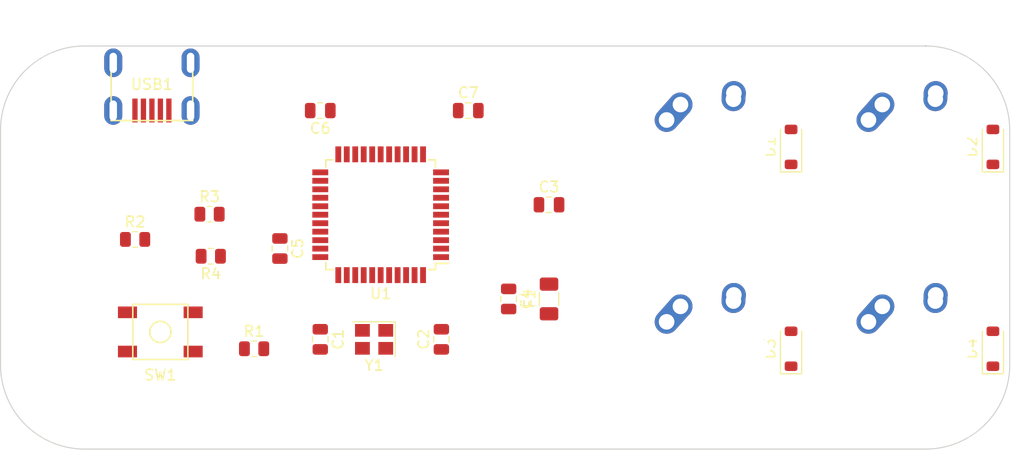
<source format=kicad_pcb>
(kicad_pcb (version 20221018) (generator pcbnew)
  (layers (0 "F.Cu" signal) (31 "B.Cu" signal) (34 "B.Paste" user) (35 "F.Paste" user) (36 "B.SilkS" user "B.Silkscreen") (37 "F.SilkS" user "F.Silkscreen") (38 "B.Mask" user) (39 "F.Mask" user) (44 "Edge.Cuts" user))
  (net 0 "")
  (net 1 "Net-(U1-UCAP)")
  (net 2 "GND")
  (net 3 "+5V")
  (net 4 "Net-(U1-XTAL1)")
  (net 5 "Net-(U1-XTAL2)")
  (net 6 "ROW0")
  (net 7 "Net-(D1-A)")
  (net 8 "Net-(D2-A)")
  (net 9 "ROW1")
  (net 10 "Net-(D3-A)")
  (net 11 "Net-(D4-A)")
  (net 12 "Net-(USB1-VBUS)")
  (net 13 "COL0")
  (net 14 "COL1")
  (net 15 "Net-(U1-~{HWB}{slash}PE2)")
  (net 16 "D+")
  (net 17 "Net-(U1-D+)")
  (net 18 "D-")
  (net 19 "Net-(U1-D-)")
  (net 20 "Net-(U1-~{RESET})")
  (footprint "Diode_SMD:D_SOD-123" (layer "F.Cu") (at 241.3 92.075 90)
    (fp_text reference "D3" (at 0 -2 90) (layer "F.SilkS"))
    (fp_text value "SOD-123")
    (fp_line (start -2.36 -1) (end -2.36 1) (stroke (width 0.12)) (layer "F.SilkS"))
    (fp_line (start -2.36 -1) (end 1.65 -1) (stroke (width 0.12)) (layer "F.SilkS"))
    (fp_line (start -2.36 1) (end 1.65 1) (stroke (width 0.12)) (layer "F.SilkS"))
    (pad "1" smd roundrect (at -1.65 0 90) (size 0.9 1.2) (layers "F.Cu" "F.Paste" "F.Mask") (net 9 "ROW1"))
    (pad "2" smd roundrect (at 1.65 0 90) (size 0.9 1.2) (layers "F.Cu" "F.Paste" "F.Mask") (net 10 "Net-(D3-A)"))
  )
  (footprint "Resistor_SMD:R_0805_2012Metric" (layer "F.Cu") (at 186.53125 83.34375 180)
    (fp_text reference "R4" (at 0 -1.65) (layer "F.SilkS"))
    (fp_text value "10k")
    (fp_line (start -0.227064 -0.735) (end 0.227064 -0.735) (stroke (width 0.12)) (layer "F.SilkS"))
    (fp_line (start -0.227064 0.735) (end 0.227064 0.735) (stroke (width 0.12)) (layer "F.SilkS"))
    (pad "1" smd roundrect (at -0.9125 0 180) (size 1.025 1.4) (layers "F.Cu" "F.Paste" "F.Mask") (roundrect_rratio 0.243902) (net 3 "+5V"))
    (pad "2" smd roundrect (at 0.9125 0 180) (size 1.025 1.4) (layers "F.Cu" "F.Paste" "F.Mask") (roundrect_rratio 0.243902) (net 20 "Net-(U1-~{RESET})"))
  )
  (footprint "Capacitor_SMD:C_0805_2012Metric" (layer "F.Cu") (at 210.835 69.595)
    (fp_text reference "C7" (at 0 -1.68) (layer "F.SilkS"))
    (fp_text value "22pF")
    (fp_line (start -0.261252 -0.735) (end 0.261252 -0.735) (stroke (width 0.12)) (layer "F.SilkS"))
    (fp_line (start -0.261252 0.735) (end 0.261252 0.735) (stroke (width 0.12)) (layer "F.SilkS"))
    (pad "1" smd roundrect (at -0.95 0) (size 1 1.45) (layers "F.Cu" "F.Paste" "F.Mask") (net 2 "GND"))
    (pad "2" smd roundrect (at 0.95 0) (size 1 1.45) (layers "F.Cu" "F.Paste" "F.Mask") (net 5 "Net-(U1-XTAL2)"))
  )
  (footprint "Diode_SMD:D_SOD-123" (layer "F.Cu") (at 260.35 73.025 90)
    (fp_text reference "D2" (at 0 -2 90) (layer "F.SilkS"))
    (fp_text value "SOD-123")
    (fp_line (start -2.36 -1) (end -2.36 1) (stroke (width 0.12)) (layer "F.SilkS"))
    (fp_line (start -2.36 -1) (end 1.65 -1) (stroke (width 0.12)) (layer "F.SilkS"))
    (fp_line (start -2.36 1) (end 1.65 1) (stroke (width 0.12)) (layer "F.SilkS"))
    (pad "1" smd roundrect (at -1.65 0 90) (size 0.9 1.2) (layers "F.Cu" "F.Paste" "F.Mask") (net 6 "ROW0"))
    (pad "2" smd roundrect (at 1.65 0 90) (size 0.9 1.2) (layers "F.Cu" "F.Paste" "F.Mask") (net 8 "Net-(D2-A)"))
  )
  (footprint "Diode_SMD:D_SOD-123" (layer "F.Cu") (at 241.3 73.025 90)
    (fp_text reference "D1" (at 0 -2 90) (layer "F.SilkS"))
    (fp_text value "SOD-123")
    (fp_line (start -2.36 -1) (end -2.36 1) (stroke (width 0.12)) (layer "F.SilkS"))
    (fp_line (start -2.36 -1) (end 1.65 -1) (stroke (width 0.12)) (layer "F.SilkS"))
    (fp_line (start -2.36 1) (end 1.65 1) (stroke (width 0.12)) (layer "F.SilkS"))
    (pad "1" smd roundrect (at -1.65 0 90) (size 0.9 1.2) (layers "F.Cu" "F.Paste" "F.Mask") (net 6 "ROW0"))
    (pad "2" smd roundrect (at 1.65 0 90) (size 0.9 1.2) (layers "F.Cu" "F.Paste" "F.Mask") (net 7 "Net-(D1-A)"))
  )
  (footprint "Resistor_SMD:R_0805_2012Metric" (layer "F.Cu") (at 186.4125 79.375)
    (fp_text reference "R3" (at 0 -1.65) (layer "F.SilkS"))
    (fp_text value "22")
    (fp_line (start -0.227064 -0.735) (end 0.227064 -0.735) (stroke (width 0.12)) (layer "F.SilkS"))
    (fp_line (start -0.227064 0.735) (end 0.227064 0.735) (stroke (width 0.12)) (layer "F.SilkS"))
    (pad "1" smd roundrect (at -0.9125 0) (size 1.025 1.4) (layers "F.Cu" "F.Paste" "F.Mask") (roundrect_rratio 0.243902) (net 18 "D-"))
    (pad "2" smd roundrect (at 0.9125 0) (size 1.025 1.4) (layers "F.Cu" "F.Paste" "F.Mask") (roundrect_rratio 0.243902) (net 19 "Net-(U1-D-)"))
  )
  (footprint "Resistor_SMD:R_0805_2012Metric" (layer "F.Cu") (at 179.3875 81.75625)
    (fp_text reference "R2" (at 0 -1.65) (layer "F.SilkS"))
    (fp_text value "22")
    (fp_line (start -0.227064 -0.735) (end 0.227064 -0.735) (stroke (width 0.12)) (layer "F.SilkS"))
    (fp_line (start -0.227064 0.735) (end 0.227064 0.735) (stroke (width 0.12)) (layer "F.SilkS"))
    (pad "1" smd roundrect (at -0.9125 0) (size 1.025 1.4) (layers "F.Cu" "F.Paste" "F.Mask") (roundrect_rratio 0.243902) (net 16 "D+"))
    (pad "2" smd roundrect (at 0.9125 0) (size 1.025 1.4) (layers "F.Cu" "F.Paste" "F.Mask") (roundrect_rratio 0.243902) (net 17 "Net-(U1-D+)"))
  )
  (footprint "MX_Alps_Hybrid:MX-1U-NoLED" (layer "F.Cu") (at 233.3625 92.075)
    (fp_text reference "MX3")
    (fp_text value "MX-NoLED")
    (pad "" np_thru_hole circle (at -5.08 0 48.0996) (size 1.75 1.75) (drill 1.75) (layers "*.Cu" "*.Mask"))
    (pad "" np_thru_hole circle (at 0 0) (size 3.9878 3.9878) (drill 3.9878) (layers "*.Cu" "*.Mask"))
    (pad "" np_thru_hole circle (at 5.08 0 48.0996) (size 1.75 1.75) (drill 1.75) (layers "*.Cu" "*.Mask"))
    (pad "1" thru_hole oval (at -3.81 -2.54 48.0996) (size 4.211556 2.25) (drill 1.47 (offset 0.980778 0)) (layers "*.Cu" "B.Mask") (net 13 "COL0"))
    (pad "1" thru_hole circle (at -2.5 -4) (size 2.25 2.25) (drill 1.47) (layers "*.Cu" "B.Mask") (net 13 "COL0"))
    (pad "2" thru_hole oval (at 2.5 -4.5 86.0548) (size 2.831378 2.25) (drill 1.47 (offset 0.290689 0)) (layers "*.Cu" "B.Mask") (net 10 "Net-(D3-A)"))
    (pad "2" thru_hole circle (at 2.54 -5.08) (size 2.25 2.25) (drill 1.47) (layers "*.Cu" "B.Mask") (net 10 "Net-(D3-A)"))
  )
  (footprint "MX_Alps_Hybrid:MX-1U-NoLED" (layer "F.Cu") (at 252.4125 73.025)
    (fp_text reference "MX2")
    (fp_text value "MX-NoLED")
    (pad "" np_thru_hole circle (at -5.08 0 48.0996) (size 1.75 1.75) (drill 1.75) (layers "*.Cu" "*.Mask"))
    (pad "" np_thru_hole circle (at 0 0) (size 3.9878 3.9878) (drill 3.9878) (layers "*.Cu" "*.Mask"))
    (pad "" np_thru_hole circle (at 5.08 0 48.0996) (size 1.75 1.75) (drill 1.75) (layers "*.Cu" "*.Mask"))
    (pad "1" thru_hole oval (at -3.81 -2.54 48.0996) (size 4.211556 2.25) (drill 1.47 (offset 0.980778 0)) (layers "*.Cu" "B.Mask") (net 14 "COL1"))
    (pad "1" thru_hole circle (at -2.5 -4) (size 2.25 2.25) (drill 1.47) (layers "*.Cu" "B.Mask") (net 14 "COL1"))
    (pad "2" thru_hole oval (at 2.5 -4.5 86.0548) (size 2.831378 2.25) (drill 1.47 (offset 0.290689 0)) (layers "*.Cu" "B.Mask") (net 8 "Net-(D2-A)"))
    (pad "2" thru_hole circle (at 2.54 -5.08) (size 2.25 2.25) (drill 1.47) (layers "*.Cu" "B.Mask") (net 8 "Net-(D2-A)"))
  )
  (footprint "Capacitor_SMD:C_0805_2012Metric" (layer "F.Cu") (at 196.865 91.185 -90)
    (fp_text reference "C1" (at 0 -1.68 90) (layer "F.SilkS"))
    (fp_text value "1uF")
    (fp_line (start -0.261252 -0.735) (end 0.261252 -0.735) (stroke (width 0.12)) (layer "F.SilkS"))
    (fp_line (start -0.261252 0.735) (end 0.261252 0.735) (stroke (width 0.12)) (layer "F.SilkS"))
    (pad "1" smd roundrect (at -0.95 0 270) (size 1 1.45) (layers "F.Cu" "F.Paste" "F.Mask") (net 1 "Net-(U1-UCAP)"))
    (pad "2" smd roundrect (at 0.95 0 270) (size 1 1.45) (layers "F.Cu" "F.Paste" "F.Mask") (net 2 "GND"))
  )
  (footprint "MX_Alps_Hybrid:MX-1U-NoLED" (layer "F.Cu") (at 233.3625 73.025)
    (fp_text reference "MX1")
    (fp_text value "MX-NoLED")
    (pad "" np_thru_hole circle (at -5.08 0 48.0996) (size 1.75 1.75) (drill 1.75) (layers "*.Cu" "*.Mask"))
    (pad "" np_thru_hole circle (at 0 0) (size 3.9878 3.9878) (drill 3.9878) (layers "*.Cu" "*.Mask"))
    (pad "" np_thru_hole circle (at 5.08 0 48.0996) (size 1.75 1.75) (drill 1.75) (layers "*.Cu" "*.Mask"))
    (pad "1" thru_hole oval (at -3.81 -2.54 48.0996) (size 4.211556 2.25) (drill 1.47 (offset 0.980778 0)) (layers "*.Cu" "B.Mask") (net 13 "COL0"))
    (pad "1" thru_hole circle (at -2.5 -4) (size 2.25 2.25) (drill 1.47) (layers "*.Cu" "B.Mask") (net 13 "COL0"))
    (pad "2" thru_hole oval (at 2.5 -4.5 86.0548) (size 2.831378 2.25) (drill 1.47 (offset 0.290689 0)) (layers "*.Cu" "B.Mask") (net 7 "Net-(D1-A)"))
    (pad "2" thru_hole circle (at 2.54 -5.08) (size 2.25 2.25) (drill 1.47) (layers "*.Cu" "B.Mask") (net 7 "Net-(D1-A)"))
  )
  (footprint "Package_QFP:TQFP-44_10x10mm_P0.8mm" (layer "F.Cu") (at 202.565 79.425 180)
    (fp_text reference "U1" (at 0 -7.45) (layer "F.SilkS"))
    (fp_text value "ATmega32U4-A")
    (fp_line (start -5.175 -5.175) (end -5.175 -4.6) (stroke (width 0.15)) (layer "F.SilkS"))
    (fp_line (start -5.175 -5.175) (end -4.5 -5.175) (stroke (width 0.15)) (layer "F.SilkS"))
    (fp_line (start -5.175 -4.6) (end -6.45 -4.6) (stroke (width 0.15)) (layer "F.SilkS"))
    (fp_line (start -5.175 5.175) (end -5.175 4.5) (stroke (width 0.15)) (layer "F.SilkS"))
    (fp_line (start -5.175 5.175) (end -4.5 5.175) (stroke (width 0.15)) (layer "F.SilkS"))
    (fp_line (start 5.175 -5.175) (end 4.5 -5.175) (stroke (width 0.15)) (layer "F.SilkS"))
    (fp_line (start 5.175 -5.175) (end 5.175 -4.5) (stroke (width 0.15)) (layer "F.SilkS"))
    (fp_line (start 5.175 5.175) (end 4.5 5.175) (stroke (width 0.15)) (layer "F.SilkS"))
    (fp_line (start 5.175 5.175) (end 5.175 4.5) (stroke (width 0.15)) (layer "F.SilkS"))
    (pad "1" smd rect (at -5.7 -4 180) (size 1.5 0.55) (layers "F.Cu" "F.Paste" "F.Mask"))
    (pad "2" smd rect (at -5.7 -3.2 180) (size 1.5 0.55) (layers "F.Cu" "F.Paste" "F.Mask") (net 3 "+5V"))
    (pad "3" smd rect (at -5.7 -2.4 180) (size 1.5 0.55) (layers "F.Cu" "F.Paste" "F.Mask") (net 19 "Net-(U1-D-)"))
    (pad "4" smd rect (at -5.7 -1.6 180) (size 1.5 0.55) (layers "F.Cu" "F.Paste" "F.Mask") (net 17 "Net-(U1-D+)"))
    (pad "5" smd rect (at -5.7 -0.8 180) (size 1.5 0.55) (layers "F.Cu" "F.Paste" "F.Mask") (net 2 "GND"))
    (pad "6" smd rect (at -5.7 0 180) (size 1.5 0.55) (layers "F.Cu" "F.Paste" "F.Mask") (net 1 "Net-(U1-UCAP)"))
    (pad "7" smd rect (at -5.7 0.8 180) (size 1.5 0.55) (layers "F.Cu" "F.Paste" "F.Mask") (net 3 "+5V"))
    (pad "8" smd rect (at -5.7 1.6 180) (size 1.5 0.55) (layers "F.Cu" "F.Paste" "F.Mask"))
    (pad "9" smd rect (at -5.7 2.4 180) (size 1.5 0.55) (layers "F.Cu" "F.Paste" "F.Mask"))
    (pad "10" smd rect (at -5.7 3.2 180) (size 1.5 0.55) (layers "F.Cu" "F.Paste" "F.Mask"))
    (pad "11" smd rect (at -5.7 4 180) (size 1.5 0.55) (layers "F.Cu" "F.Paste" "F.Mask"))
    (pad "12" smd rect (at -4 5.7 270) (size 1.5 0.55) (layers "F.Cu" "F.Paste" "F.Mask"))
    (pad "13" smd rect (at -3.2 5.7 270) (size 1.5 0.55) (layers "F.Cu" "F.Paste" "F.Mask") (net 20 "Net-(U1-~{RESET})"))
    (pad "14" smd rect (at -2.4 5.7 270) (size 1.5 0.55) (layers "F.Cu" "F.Paste" "F.Mask") (net 3 "+5V"))
    (pad "15" smd rect (at -1.6 5.7 270) (size 1.5 0.55) (layers "F.Cu" "F.Paste" "F.Mask") (net 2 "GND"))
    (pad "16" smd rect (at -0.8 5.7 270) (size 1.5 0.55) (layers "F.Cu" "F.Paste" "F.Mask") (net 5 "Net-(U1-XTAL2)"))
    (pad "17" smd rect (at 0 5.7 270) (size 1.5 0.55) (layers "F.Cu" "F.Paste" "F.Mask") (net 4 "Net-(U1-XTAL1)"))
    (pad "18" smd rect (at 0.8 5.7 270) (size 1.5 0.55) (layers "F.Cu" "F.Paste" "F.Mask"))
    (pad "19" smd rect (at 1.6 5.7 270) (size 1.5 0.55) (layers "F.Cu" "F.Paste" "F.Mask"))
    (pad "20" smd rect (at 2.4 5.7 270) (size 1.5 0.55) (layers "F.Cu" "F.Paste" "F.Mask"))
    (pad "21" smd rect (at 3.2 5.7 270) (size 1.5 0.55) (layers "F.Cu" "F.Paste" "F.Mask"))
    (pad "22" smd rect (at 4 5.7 270) (size 1.5 0.55) (layers "F.Cu" "F.Paste" "F.Mask"))
    (pad "23" smd rect (at 5.7 4 180) (size 1.5 0.55) (layers "F.Cu" "F.Paste" "F.Mask") (net 2 "GND"))
    (pad "24" smd rect (at 5.7 3.2 180) (size 1.5 0.55) (layers "F.Cu" "F.Paste" "F.Mask") (net 3 "+5V"))
    (pad "25" smd rect (at 5.7 2.4 180) (size 1.5 0.55) (layers "F.Cu" "F.Paste" "F.Mask"))
    (pad "26" smd rect (at 5.7 1.6 180) (size 1.5 0.55) (layers "F.Cu" "F.Paste" "F.Mask"))
    (pad "27" smd rect (at 5.7 0.8 180) (size 1.5 0.55) (layers "F.Cu" "F.Paste" "F.Mask"))
    (pad "28" smd rect (at 5.7 0 180) (size 1.5 0.55) (layers "F.Cu" "F.Paste" "F.Mask"))
    (pad "29" smd rect (at 5.7 -0.8 180) (size 1.5 0.55) (layers "F.Cu" "F.Paste" "F.Mask"))
    (pad "30" smd rect (at 5.7 -1.6 180) (size 1.5 0.55) (layers "F.Cu" "F.Paste" "F.Mask"))
    (pad "31" smd rect (at 5.7 -2.4 180) (size 1.5 0.55) (layers "F.Cu" "F.Paste" "F.Mask"))
    (pad "32" smd rect (at 5.7 -3.2 180) (size 1.5 0.55) (layers "F.Cu" "F.Paste" "F.Mask"))
    (pad "33" smd rect (at 5.7 -4 180) (size 1.5 0.55) (layers "F.Cu" "F.Paste" "F.Mask") (net 15 "Net-(U1-~{HWB}{slash}PE2)"))
    (pad "34" smd rect (at 4 -5.7 270) (size 1.5 0.55) (layers "F.Cu" "F.Paste" "F.Mask") (net 3 "+5V"))
    (pad "35" smd rect (at 3.2 -5.7 270) (size 1.5 0.55) (layers "F.Cu" "F.Paste" "F.Mask") (net 2 "GND"))
    (pad "36" smd rect (at 2.4 -5.7 270) (size 1.5 0.55) (layers "F.Cu" "F.Paste" "F.Mask"))
    (pad "37" smd rect (at 1.6 -5.7 270) (size 1.5 0.55) (layers "F.Cu" "F.Paste" "F.Mask"))
    (pad "38" smd rect (at 0.8 -5.7 270) (size 1.5 0.55) (layers "F.Cu" "F.Paste" "F.Mask"))
    (pad "39" smd rect (at 0 -5.7 270) (size 1.5 0.55) (layers "F.Cu" "F.Paste" "F.Mask"))
    (pad "40" smd rect (at -0.8 -5.7 270) (size 1.5 0.55) (layers "F.Cu" "F.Paste" "F.Mask"))
    (pad "41" smd rect (at -1.6 -5.7 270) (size 1.5 0.55) (layers "F.Cu" "F.Paste" "F.Mask"))
    (pad "42" smd rect (at -2.4 -5.7 270) (size 1.5 0.55) (layers "F.Cu" "F.Paste" "F.Mask"))
    (pad "43" smd rect (at -3.2 -5.7 270) (size 1.5 0.55) (layers "F.Cu" "F.Paste" "F.Mask") (net 2 "GND"))
    (pad "44" smd rect (at -4 -5.7 270) (size 1.5 0.55) (layers "F.Cu" "F.Paste" "F.Mask") (net 3 "+5V"))
  )
  (footprint "random-keyboard-parts:Molex-0548190589" (layer "F.Cu") (at 180.975 65.0875 -90)
    (fp_text reference "USB1" (at 2.032 0) (layer "F.SilkS"))
    (fp_text value "Molex-0548190589")
    (fp_line (start 0 -3.85) (end 5.45 -3.85) (stroke (width 0.15)) (layer "F.SilkS"))
    (fp_line (start 0 3.85) (end 5.45 3.85) (stroke (width 0.15)) (layer "F.SilkS"))
    (fp_line (start 5.45 -3.85) (end 5.45 3.85) (stroke (width 0.15)) (layer "F.SilkS"))
    (pad "1" smd rect (at 4.5 1.6 270) (size 2.25 0.5) (layers "F.Cu" "F.Paste" "F.Mask") (net 2 "GND"))
    (pad "2" smd rect (at 4.5 0.8 270) (size 2.25 0.5) (layers "F.Cu" "F.Paste" "F.Mask"))
    (pad "3" smd rect (at 4.5 0 270) (size 2.25 0.5) (layers "F.Cu" "F.Paste" "F.Mask") (net 16 "D+"))
    (pad "4" smd rect (at 4.5 -0.8 270) (size 2.25 0.5) (layers "F.Cu" "F.Paste" "F.Mask") (net 18 "D-"))
    (pad "5" smd rect (at 4.5 -1.6 270) (size 2.25 0.5) (layers "F.Cu" "F.Paste" "F.Mask") (net 12 "Net-(USB1-VBUS)"))
    (pad "6" thru_hole oval (at 0 -3.65 270) (size 2.7 1.7) (drill oval 1.9 0.7) (layers "*.Cu" "*.Mask"))
    (pad "6" thru_hole oval (at 0 3.65 270) (size 2.7 1.7) (drill oval 1.9 0.7) (layers "*.Cu" "*.Mask"))
    (pad "6" thru_hole oval (at 4.5 -3.65 270) (size 2.7 1.7) (drill oval 1.9 0.7) (layers "*.Cu" "*.Mask"))
    (pad "6" thru_hole oval (at 4.5 3.65 270) (size 2.7 1.7) (drill oval 1.9 0.7) (layers "*.Cu" "*.Mask"))
  )
  (footprint "Capacitor_SMD:C_0805_2012Metric" (layer "F.Cu") (at 196.865 69.595 180)
    (fp_text reference "C6" (at 0 -1.68) (layer "F.SilkS"))
    (fp_text value "22pF")
    (fp_line (start -0.261252 -0.735) (end 0.261252 -0.735) (stroke (width 0.12)) (layer "F.SilkS"))
    (fp_line (start -0.261252 0.735) (end 0.261252 0.735) (stroke (width 0.12)) (layer "F.SilkS"))
    (pad "1" smd roundrect (at -0.95 0 180) (size 1 1.45) (layers "F.Cu" "F.Paste" "F.Mask") (net 2 "GND"))
    (pad "2" smd roundrect (at 0.95 0 180) (size 1 1.45) (layers "F.Cu" "F.Paste" "F.Mask") (net 4 "Net-(U1-XTAL1)"))
  )
  (footprint "Capacitor_SMD:C_0805_2012Metric" (layer "F.Cu") (at 218.455 78.485)
    (fp_text reference "C3" (at 0 -1.68) (layer "F.SilkS"))
    (fp_text value "0.1uF")
    (fp_line (start -0.261252 -0.735) (end 0.261252 -0.735) (stroke (width 0.12)) (layer "F.SilkS"))
    (fp_line (start -0.261252 0.735) (end 0.261252 0.735) (stroke (width 0.12)) (layer "F.SilkS"))
    (pad "1" smd roundrect (at -0.95 0) (size 1 1.45) (layers "F.Cu" "F.Paste" "F.Mask") (net 3 "+5V"))
    (pad "2" smd roundrect (at 0.95 0) (size 1 1.45) (layers "F.Cu" "F.Paste" "F.Mask") (net 2 "GND"))
  )
  (footprint "random-keyboard-parts:SKQG-1155865" (layer "F.Cu") (at 181.76875 90.4875)
    (fp_text reference "SW1" (at 0 4.064) (layer "F.SilkS"))
    (fp_text value "SW_Push")
    (fp_line (start -2.6 -2.6) (end 2.6 -2.6) (stroke (width 0.15)) (layer "F.SilkS"))
    (fp_line (start -2.6 2.6) (end -2.6 -2.6) (stroke (width 0.15)) (layer "F.SilkS"))
    (fp_line (start 2.6 -2.6) (end 2.6 2.6) (stroke (width 0.15)) (layer "F.SilkS"))
    (fp_line (start 2.6 2.6) (end -2.6 2.6) (stroke (width 0.15)) (layer "F.SilkS"))
    (fp_circle (center 0 0) (end 1 0) (stroke (width 0.15)) (fill none) (layer "F.SilkS"))
    (pad "1" smd rect (at 3.1 1.85) (size 1.8 1.1) (layers "F.Cu" "F.Paste" "F.Mask") (net 2 "GND"))
    (pad "2" smd rect (at -3.1 -1.85) (size 1.8 1.1) (layers "F.Cu" "F.Paste" "F.Mask") (net 20 "Net-(U1-~{RESET})"))
    (pad "3" smd rect (at 3.1 -1.85) (size 1.8 1.1) (layers "F.Cu" "F.Paste" "F.Mask"))
    (pad "4" smd rect (at -3.1 1.85) (size 1.8 1.1) (layers "F.Cu" "F.Paste" "F.Mask"))
  )
  (footprint "Crystal:Crystal_SMD_3225-4Pin_3.2x2.5mm" (layer "F.Cu") (at 201.945 91.185 180)
    (fp_text reference "Y1" (at 0 -2.45) (layer "F.SilkS"))
    (fp_text value "16MHz")
    (fp_line (start -2 -1.65) (end -2 1.65) (stroke (width 0.12)) (layer "F.SilkS"))
    (fp_line (start -2 1.65) (end 2 1.65) (stroke (width 0.12)) (layer "F.SilkS"))
    (pad "1" smd rect (at -1.1 0.85 180) (size 1.4 1.2) (layers "F.Cu" "F.Paste" "F.Mask") (net 4 "Net-(U1-XTAL1)"))
    (pad "2" smd rect (at 1.1 0.85 180) (size 1.4 1.2) (layers "F.Cu" "F.Paste" "F.Mask") (net 2 "GND"))
    (pad "3" smd rect (at 1.1 -0.85 180) (size 1.4 1.2) (layers "F.Cu" "F.Paste" "F.Mask") (net 5 "Net-(U1-XTAL2)"))
    (pad "4" smd rect (at -1.1 -0.85 180) (size 1.4 1.2) (layers "F.Cu" "F.Paste" "F.Mask") (net 2 "GND"))
  )
  (footprint "Resistor_SMD:R_0805_2012Metric" (layer "F.Cu") (at 190.61875 92.075)
    (fp_text reference "R1" (at 0 -1.65) (layer "F.SilkS"))
    (fp_text value "10k")
    (fp_line (start -0.227064 -0.735) (end 0.227064 -0.735) (stroke (width 0.12)) (layer "F.SilkS"))
    (fp_line (start -0.227064 0.735) (end 0.227064 0.735) (stroke (width 0.12)) (layer "F.SilkS"))
    (pad "1" smd roundrect (at -0.9125 0) (size 1.025 1.4) (layers "F.Cu" "F.Paste" "F.Mask") (roundrect_rratio 0.243902) (net 15 "Net-(U1-~{HWB}{slash}PE2)"))
    (pad "2" smd roundrect (at 0.9125 0) (size 1.025 1.4) (layers "F.Cu" "F.Paste" "F.Mask") (roundrect_rratio 0.243902) (net 2 "GND"))
  )
  (footprint "Capacitor_SMD:C_0805_2012Metric" (layer "F.Cu") (at 214.645 87.375 -90)
    (fp_text reference "C4" (at 0 -1.68 90) (layer "F.SilkS"))
    (fp_text value "0.1uF")
    (fp_line (start -0.261252 -0.735) (end 0.261252 -0.735) (stroke (width 0.12)) (layer "F.SilkS"))
    (fp_line (start -0.261252 0.735) (end 0.261252 0.735) (stroke (width 0.12)) (layer "F.SilkS"))
    (pad "1" smd roundrect (at -0.95 0 270) (size 1 1.45) (layers "F.Cu" "F.Paste" "F.Mask") (net 3 "+5V"))
    (pad "2" smd roundrect (at 0.95 0 270) (size 1 1.45) (layers "F.Cu" "F.Paste" "F.Mask") (net 2 "GND"))
  )
  (footprint "Fuse:Fuse_1206_3216Metric" (layer "F.Cu") (at 218.455 87.375 90)
    (fp_text reference "F1" (at 0 -1.82 90) (layer "F.SilkS"))
    (fp_text value "500mA")
    (fp_line (start -0.602064 -0.91) (end 0.602064 -0.91) (stroke (width 0.12)) (layer "F.SilkS"))
    (fp_line (start -0.602064 0.91) (end 0.602064 0.91) (stroke (width 0.12)) (layer "F.SilkS"))
    (pad "1" smd roundrect (at -1.4 0 90) (size 1.25 1.75) (layers "F.Cu" "F.Paste" "F.Mask") (roundrect_rratio 0.2) (net 12 "Net-(USB1-VBUS)"))
    (pad "2" smd roundrect (at 1.4 0 90) (size 1.25 1.75) (layers "F.Cu" "F.Paste" "F.Mask") (roundrect_rratio 0.2) (net 3 "+5V"))
  )
  (footprint "MX_Alps_Hybrid:MX-1U-NoLED" (layer "F.Cu") (at 252.4125 92.075)
    (fp_text reference "MX4")
    (fp_text value "MX-NoLED")
    (pad "" np_thru_hole circle (at -5.08 0 48.0996) (size 1.75 1.75) (drill 1.75) (layers "*.Cu" "*.Mask"))
    (pad "" np_thru_hole circle (at 0 0) (size 3.9878 3.9878) (drill 3.9878) (layers "*.Cu" "*.Mask"))
    (pad "" np_thru_hole circle (at 5.08 0 48.0996) (size 1.75 1.75) (drill 1.75) (layers "*.Cu" "*.Mask"))
    (pad "1" thru_hole oval (at -3.81 -2.54 48.0996) (size 4.211556 2.25) (drill 1.47 (offset 0.980778 0)) (layers "*.Cu" "B.Mask") (net 14 "COL1"))
    (pad "1" thru_hole circle (at -2.5 -4) (size 2.25 2.25) (drill 1.47) (layers "*.Cu" "B.Mask") (net 14 "COL1"))
    (pad "2" thru_hole oval (at 2.5 -4.5 86.0548) (size 2.831378 2.25) (drill 1.47 (offset 0.290689 0)) (layers "*.Cu" "B.Mask") (net 11 "Net-(D4-A)"))
    (pad "2" thru_hole circle (at 2.54 -5.08) (size 2.25 2.25) (drill 1.47) (layers "*.Cu" "B.Mask") (net 11 "Net-(D4-A)"))
  )
  (footprint "Capacitor_SMD:C_0805_2012Metric" (layer "F.Cu") (at 193.055 82.615 -90)
    (fp_text reference "C5" (at 0 -1.68 90) (layer "F.SilkS"))
    (fp_text value "0.1uF")
    (fp_line (start -0.261252 -0.735) (end 0.261252 -0.735) (stroke (width 0.12)) (layer "F.SilkS"))
    (fp_line (start -0.261252 0.735) (end 0.261252 0.735) (stroke (width 0.12)) (layer "F.SilkS"))
    (pad "1" smd roundrect (at -0.95 0 270) (size 1 1.45) (layers "F.Cu" "F.Paste" "F.Mask") (net 3 "+5V"))
    (pad "2" smd roundrect (at 0.95 0 270) (size 1 1.45) (layers "F.Cu" "F.Paste" "F.Mask") (net 2 "GND"))
  )
  (footprint "Capacitor_SMD:C_0805_2012Metric" (layer "F.Cu") (at 208.295 91.185 90)
    (fp_text reference "C2" (at 0 -1.68 90) (layer "F.SilkS"))
    (fp_text value "0.1uF")
    (fp_line (start -0.261252 -0.735) (end 0.261252 -0.735) (stroke (width 0.12)) (layer "F.SilkS"))
    (fp_line (start -0.261252 0.735) (end 0.261252 0.735) (stroke (width 0.12)) (layer "F.SilkS"))
    (pad "1" smd roundrect (at -0.95 0 90) (size 1 1.45) (layers "F.Cu" "F.Paste" "F.Mask") (net 3 "+5V"))
    (pad "2" smd roundrect (at 0.95 0 90) (size 1 1.45) (layers "F.Cu" "F.Paste" "F.Mask") (net 2 "GND"))
  )
  (footprint "Diode_SMD:D_SOD-123" (layer "F.Cu") (at 260.35 92.075 90)
    (fp_text reference "D4" (at 0 -2 90) (layer "F.SilkS"))
    (fp_text value "SOD-123")
    (fp_line (start -2.36 -1) (end -2.36 1) (stroke (width 0.12)) (layer "F.SilkS"))
    (fp_line (start -2.36 -1) (end 1.65 -1) (stroke (width 0.12)) (layer "F.SilkS"))
    (fp_line (start -2.36 1) (end 1.65 1) (stroke (width 0.12)) (layer "F.SilkS"))
    (pad "1" smd roundrect (at -1.65 0 90) (size 0.9 1.2) (layers "F.Cu" "F.Paste" "F.Mask") (net 9 "ROW1"))
    (pad "2" smd roundrect (at 1.65 0 90) (size 0.9 1.2) (layers "F.Cu" "F.Paste" "F.Mask") (net 11 "Net-(D4-A)"))
  )
  (gr_arc (start 261.9375 93.60609) (mid 259.61266 99.21875) (end 254 101.54359) (stroke (width 0.1)) (layer "Edge.Cuts"))
  (gr_arc (start 254 63.5) (mid 259.61266 65.82484) (end 261.9375 71.4375) (stroke (width 0.1)) (layer "Edge.Cuts"))
  (gr_line (start 166.6875 71.4375) (end 166.6875 93.60609) (stroke (width 0.1)) (layer "Edge.Cuts"))
  (gr_arc (start 254 63.5) (mid 254 63.5) (end 254 63.5) (stroke (width 0.1)) (layer "Edge.Cuts"))
  (gr_line (start 174.625 101.54359) (end 254 101.54359) (stroke (width 0.1)) (layer "Edge.Cuts"))
  (gr_arc (start 166.6875 71.4375) (mid 169.01234 65.82484) (end 174.625 63.5) (stroke (width 0.1)) (layer "Edge.Cuts"))
  (gr_arc (start 174.625 101.54359) (mid 169.01234 99.21875) (end 166.6875 93.60609) (stroke (width 0.1)) (layer "Edge.Cuts"))
  (gr_line (start 174.625 63.5) (end 254 63.5) (stroke (width 0.1)) (layer "Edge.Cuts"))
  (gr_line (start 261.9375 71.4375) (end 261.9375 93.60609) (stroke (width 0.1)) (layer "Edge.Cuts"))
)
</source>
